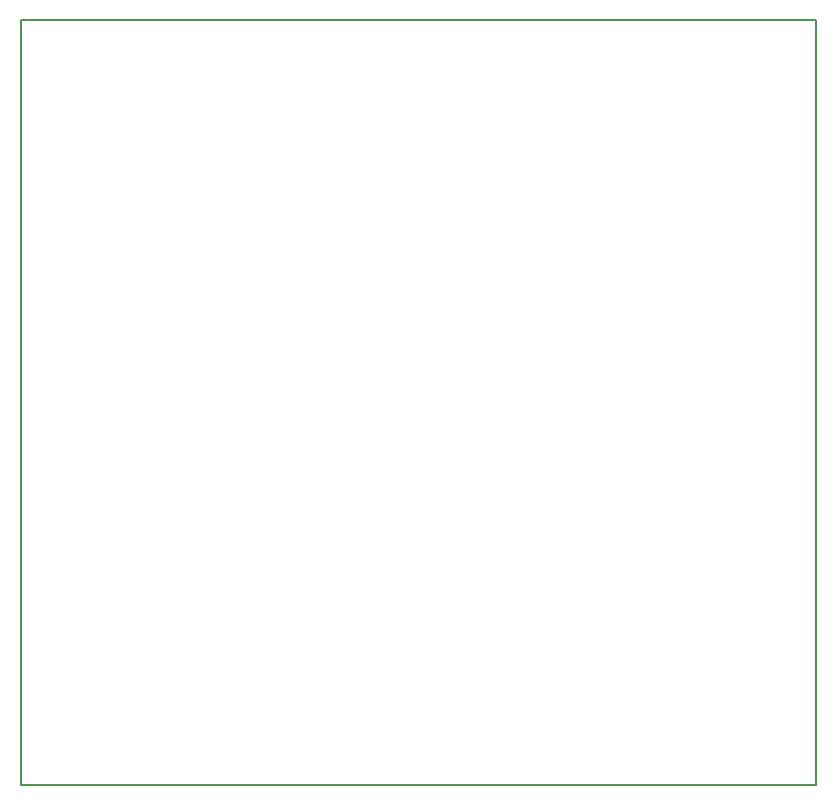
<source format=gbr>
%TF.GenerationSoftware,KiCad,Pcbnew,5.1.10-88a1d61d58~90~ubuntu20.04.1*%
%TF.CreationDate,2021-09-14T14:26:02-04:00*%
%TF.ProjectId,tele-pi,74656c65-2d70-4692-9e6b-696361645f70,rev?*%
%TF.SameCoordinates,Original*%
%TF.FileFunction,Profile,NP*%
%FSLAX46Y46*%
G04 Gerber Fmt 4.6, Leading zero omitted, Abs format (unit mm)*
G04 Created by KiCad (PCBNEW 5.1.10-88a1d61d58~90~ubuntu20.04.1) date 2021-09-14 14:26:02*
%MOMM*%
%LPD*%
G01*
G04 APERTURE LIST*
%TA.AperFunction,Profile*%
%ADD10C,0.150000*%
%TD*%
G04 APERTURE END LIST*
D10*
X73660000Y-115570000D02*
X73660000Y-50800000D01*
X140970000Y-115570000D02*
X73660000Y-115570000D01*
X140970000Y-50800000D02*
X140970000Y-115570000D01*
X73660000Y-50800000D02*
X140970000Y-50800000D01*
M02*

</source>
